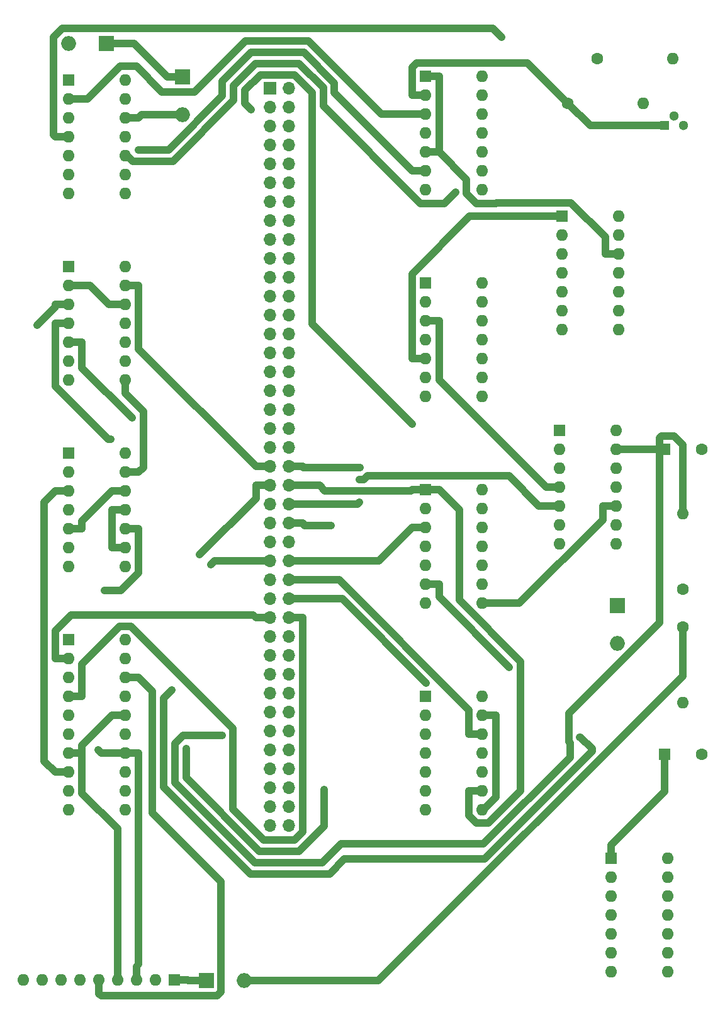
<source format=gbr>
%TF.GenerationSoftware,KiCad,Pcbnew,7.0.2*%
%TF.CreationDate,2023-05-14T22:56:31+01:00*%
%TF.ProjectId,Logic core,4c6f6769-6320-4636-9f72-652e6b696361,rev?*%
%TF.SameCoordinates,Original*%
%TF.FileFunction,Copper,L2,Bot*%
%TF.FilePolarity,Positive*%
%FSLAX46Y46*%
G04 Gerber Fmt 4.6, Leading zero omitted, Abs format (unit mm)*
G04 Created by KiCad (PCBNEW 7.0.2) date 2023-05-14 22:56:31*
%MOMM*%
%LPD*%
G01*
G04 APERTURE LIST*
%TA.AperFunction,ComponentPad*%
%ADD10R,1.600000X1.600000*%
%TD*%
%TA.AperFunction,ComponentPad*%
%ADD11O,1.600000X1.600000*%
%TD*%
%TA.AperFunction,ComponentPad*%
%ADD12R,1.700000X1.700000*%
%TD*%
%TA.AperFunction,ComponentPad*%
%ADD13O,1.700000X1.700000*%
%TD*%
%TA.AperFunction,ComponentPad*%
%ADD14C,1.600000*%
%TD*%
%TA.AperFunction,ComponentPad*%
%ADD15R,2.000000X2.000000*%
%TD*%
%TA.AperFunction,ComponentPad*%
%ADD16O,2.000000X2.000000*%
%TD*%
%TA.AperFunction,ComponentPad*%
%ADD17R,1.300000X1.300000*%
%TD*%
%TA.AperFunction,ComponentPad*%
%ADD18C,1.300000*%
%TD*%
%TA.AperFunction,ViaPad*%
%ADD19C,1.000000*%
%TD*%
%TA.AperFunction,Conductor*%
%ADD20C,1.000000*%
%TD*%
G04 APERTURE END LIST*
D10*
%TO.P,RN1,1,1*%
%TO.N,Net-(D4-K)*%
X74775000Y-180175000D03*
D11*
%TO.P,RN1,2,2*%
%TO.N,/RIO CONTROL/RIO_CONTROL.OE*%
X72235000Y-180175000D03*
%TO.P,RN1,3,3*%
%TO.N,/RIO CONTROL/RIO_CONTROL.WE*%
X69695000Y-180175000D03*
%TO.P,RN1,4,4*%
%TO.N,/RIO CONTROL/RIO_CONTROL.A15*%
X67155000Y-180175000D03*
%TO.P,RN1,5,5*%
%TO.N,/RIO CONTROL/RIO_CONTROL.A14*%
X64615000Y-180175000D03*
%TO.P,RN1,6,6*%
%TO.N,unconnected-(RN1-Pad6)*%
X62075000Y-180175000D03*
%TO.P,RN1,7,7*%
%TO.N,unconnected-(RN1-Pad7)*%
X59535000Y-180175000D03*
%TO.P,RN1,8,8*%
%TO.N,unconnected-(RN1-Pad8)*%
X56995000Y-180175000D03*
%TO.P,RN1,9,9*%
%TO.N,unconnected-(RN1-Pad9)*%
X54455000Y-180175000D03*
%TD*%
D10*
%TO.P,IC7,1,I0*%
%TO.N,/Z80 BUS CONTROL/Z80_ADD_CONNECT*%
X60580000Y-59225000D03*
D11*
%TO.P,IC7,2,I1*%
%TO.N,Net-(IC6A-O)*%
X60580000Y-61765000D03*
%TO.P,IC7,3,O*%
%TO.N,/Z80 BUS CONTROL/Z80_BUS_CONTROL.Z80_ADD_OE*%
X60580000Y-64305000D03*
%TO.P,IC7,4,I0*%
%TO.N,/ESP_IOD_CONFIG*%
X60580000Y-66845000D03*
%TO.P,IC7,5,I1*%
%TO.N,/Z80 BUS CONTROL/ESP_CONTROL.MEMRQ*%
X60580000Y-69385000D03*
%TO.P,IC7,6,O*%
%TO.N,/Z80 BUS CONTROL/Z80_BUS_CONTROL.Z80_ADD_DIR*%
X60580000Y-71925000D03*
%TO.P,IC7,7*%
%TO.N,N/C*%
X60580000Y-74465000D03*
%TO.P,IC7,8,O*%
%TO.N,/Z80 BUS CONTROL/Z80_BUS_CONTROL.Z80_DATA_DIR*%
X68200000Y-74465000D03*
%TO.P,IC7,9,I0*%
%TO.N,Net-(IC6B-O)*%
X68200000Y-71925000D03*
%TO.P,IC7,10,I1*%
%TO.N,Net-(IC6C-O)*%
X68200000Y-69385000D03*
%TO.P,IC7,11,O*%
%TO.N,/Z80 BUS CONTROL/Z80_BUS_CONTROL.Z80_DATA_OE*%
X68200000Y-66845000D03*
%TO.P,IC7,12,I0*%
%TO.N,/Z80 BUS CONTROL/Z80_DATA_CONNECT*%
X68200000Y-64305000D03*
%TO.P,IC7,13,I1*%
%TO.N,/PERM_Z80_IORQ*%
X68200000Y-61765000D03*
%TO.P,IC7,14*%
%TO.N,N/C*%
X68200000Y-59225000D03*
%TD*%
D12*
%TO.P,J1,1,Pin_1*%
%TO.N,/Logic core connectors/Z80_CONTROL.RD*%
X87625000Y-60390000D03*
D13*
%TO.P,J1,2,Pin_2*%
%TO.N,/Logic core connectors/Z80_CONTROL.WR*%
X90165000Y-60390000D03*
%TO.P,J1,3,Pin_3*%
%TO.N,/Logic core connectors/Z80_CONTROL.IORQ*%
X87625000Y-62930000D03*
%TO.P,J1,4,Pin_4*%
%TO.N,/Logic core connectors/Z80_CONTROL.MEMRQ*%
X90165000Y-62930000D03*
%TO.P,J1,5,Pin_5*%
%TO.N,/Logic core connectors/Z80_CONTROL.BUSRQ*%
X87625000Y-65470000D03*
%TO.P,J1,6,Pin_6*%
%TO.N,/Logic core connectors/Z80_CONTROL.WAIT*%
X90165000Y-65470000D03*
%TO.P,J1,7,Pin_7*%
%TO.N,/Logic core connectors/Z80_CONTROL.NMI*%
X87625000Y-68010000D03*
%TO.P,J1,8,Pin_8*%
%TO.N,/Logic core connectors/Z80_CONTROL.ROMCS*%
X90165000Y-68010000D03*
%TO.P,J1,9,Pin_9*%
%TO.N,/Logic core connectors/Z80_CONTROL.BUSACK*%
X87625000Y-70550000D03*
%TO.P,J1,10,Pin_10*%
%TO.N,/Logic core connectors/Z80_CONTROL.RESET*%
X90165000Y-70550000D03*
%TO.P,J1,11,Pin_11*%
%TO.N,/Logic core connectors/ESP_CONTROL.RD*%
X87625000Y-73090000D03*
%TO.P,J1,12,Pin_12*%
%TO.N,/Logic core connectors/ESP_CONTROL.WR*%
X90165000Y-73090000D03*
%TO.P,J1,13,Pin_13*%
%TO.N,/Logic core connectors/ESP_CONTROL.IORQ*%
X87625000Y-75630000D03*
%TO.P,J1,14,Pin_14*%
%TO.N,/Logic core connectors/ESP_CONTROL.MEMRQ*%
X90165000Y-75630000D03*
%TO.P,J1,15,Pin_15*%
%TO.N,/Logic core connectors/ESP_CONTROL.BUSRQ*%
X87625000Y-78170000D03*
%TO.P,J1,16,Pin_16*%
%TO.N,/Logic core connectors/ESP_CONTROL.WAIT*%
X90165000Y-78170000D03*
%TO.P,J1,17,Pin_17*%
%TO.N,/Logic core connectors/ESP_CONTROL.ROMCS*%
X87625000Y-80710000D03*
%TO.P,J1,18,Pin_18*%
%TO.N,/Logic core connectors/ESP_CONTROL.NMI*%
X90165000Y-80710000D03*
%TO.P,J1,19,Pin_19*%
%TO.N,/Logic core connectors/LOCAL_CONTROL.RD*%
X87625000Y-83250000D03*
%TO.P,J1,20,Pin_20*%
%TO.N,/Logic core connectors/LOCAL_CONTROL.WR*%
X90165000Y-83250000D03*
%TO.P,J1,21,Pin_21*%
%TO.N,/Logic core connectors/LOCAL_CONTROL.IORQ*%
X87625000Y-85790000D03*
%TO.P,J1,22,Pin_22*%
%TO.N,/Logic core connectors/LOCAL_CONTROL.MEMRQ*%
X90165000Y-85790000D03*
%TO.P,J1,23,Pin_23*%
%TO.N,/Logic core connectors/Z80_BUS_CONTROL.Z80_ADD_OE*%
X87625000Y-88330000D03*
%TO.P,J1,24,Pin_24*%
%TO.N,/Logic core connectors/Z80_BUS_CONTROL.Z80_ADD_DIR*%
X90165000Y-88330000D03*
%TO.P,J1,25,Pin_25*%
%TO.N,/Logic core connectors/Z80_BUS_CONTROL.Z80_DATA_DIR*%
X87625000Y-90870000D03*
%TO.P,J1,26,Pin_26*%
%TO.N,/Logic core connectors/Z80_BUS_CONTROL.Z80_DATA_OE*%
X90165000Y-90870000D03*
%TO.P,J1,27,Pin_27*%
%TO.N,/Logic core connectors/CACHE_CONTROL.DATASTATUS+PERM_Z80_IORQ*%
X87625000Y-93410000D03*
%TO.P,J1,28,Pin_28*%
%TO.N,/Logic core connectors/CACHE_CONTROL.A16*%
X90165000Y-93410000D03*
%TO.P,J1,29,Pin_29*%
%TO.N,/Logic core connectors/CACHE_CONTROL.WE*%
X87625000Y-95950000D03*
%TO.P,J1,30,Pin_30*%
%TO.N,/Logic core connectors/CACHE_CONTROL.OE*%
X90165000Y-95950000D03*
%TO.P,J1,31,Pin_31*%
%TO.N,/Logic core connectors/CACHE_CONTROL.CS*%
X87625000Y-98490000D03*
%TO.P,J1,32,Pin_32*%
%TO.N,/Logic core connectors/RIO_CONTROL.A14*%
X90165000Y-98490000D03*
%TO.P,J1,33,Pin_33*%
%TO.N,/Logic core connectors/RIO_CONTROL.A15*%
X87625000Y-101030000D03*
%TO.P,J1,34,Pin_34*%
%TO.N,/Logic core connectors/RIO_CONTROL.WE*%
X90165000Y-101030000D03*
%TO.P,J1,35,Pin_35*%
%TO.N,/Logic core connectors/RIO_CONTROL.OE*%
X87625000Y-103570000D03*
%TO.P,J1,36,Pin_36*%
%TO.N,unconnected-(J1-Pin_36-Pad36)*%
X90165000Y-103570000D03*
%TO.P,J1,37,Pin_37*%
%TO.N,unconnected-(J1-Pin_37-Pad37)*%
X87625000Y-106110000D03*
%TO.P,J1,38,Pin_38*%
%TO.N,unconnected-(J1-Pin_38-Pad38)*%
X90165000Y-106110000D03*
%TO.P,J1,39,Pin_39*%
%TO.N,unconnected-(J1-Pin_39-Pad39)*%
X87625000Y-108650000D03*
%TO.P,J1,40,Pin_40*%
%TO.N,unconnected-(J1-Pin_40-Pad40)*%
X90165000Y-108650000D03*
%TO.P,J1,41,Pin_41*%
%TO.N,/ESP_ROM_WR_PROTECT*%
X87625000Y-111190000D03*
%TO.P,J1,42,Pin_42*%
%TO.N,/ESP_ROMSEL_0*%
X90165000Y-111190000D03*
%TO.P,J1,43,Pin_43*%
%TO.N,/ESP_ROMSEL_1*%
X87625000Y-113730000D03*
%TO.P,J1,44,Pin_44*%
%TO.N,/ESP_HARDLOCK*%
X90165000Y-113730000D03*
%TO.P,J1,45,Pin_45*%
%TO.N,/!ESP_HARDLOCK*%
X87625000Y-116270000D03*
%TO.P,J1,46,Pin_46*%
%TO.N,/Z80_HARDLOCK*%
X90165000Y-116270000D03*
%TO.P,J1,47,Pin_47*%
%TO.N,/!Z80_HARDLOCK*%
X87625000Y-118810000D03*
%TO.P,J1,48,Pin_48*%
%TO.N,/PERM_Z80_IORQ*%
X90165000Y-118810000D03*
%TO.P,J1,49,Pin_49*%
%TO.N,/ESP_WAIT_RESET*%
X87625000Y-121350000D03*
%TO.P,J1,50,Pin_50*%
%TO.N,/CACHE_DATASTATUS*%
X90165000Y-121350000D03*
%TO.P,J1,51,Pin_51*%
%TO.N,/WAIT_IO*%
X87625000Y-123890000D03*
%TO.P,J1,52,Pin_52*%
%TO.N,/Z80_HARDLOCK_SET*%
X90165000Y-123890000D03*
%TO.P,J1,53,Pin_53*%
%TO.N,/Z80_HARDLOCK_RESET*%
X87625000Y-126430000D03*
%TO.P,J1,54,Pin_54*%
%TO.N,/IORQ_FILTER_BIT*%
X90165000Y-126430000D03*
%TO.P,J1,55,Pin_55*%
%TO.N,/CACHE_DATASTATUS*%
X87625000Y-128970000D03*
%TO.P,J1,56,Pin_56*%
%TO.N,/PERM_Z80_IORQ*%
X90165000Y-128970000D03*
%TO.P,J1,57,Pin_57*%
%TO.N,/Z80_A15*%
X87625000Y-131510000D03*
%TO.P,J1,58,Pin_58*%
%TO.N,/Z80_A14*%
X90165000Y-131510000D03*
%TO.P,J1,59,Pin_59*%
%TO.N,unconnected-(J1-Pin_59-Pad59)*%
X87625000Y-134050000D03*
%TO.P,J1,60,Pin_60*%
%TO.N,unconnected-(J1-Pin_60-Pad60)*%
X90165000Y-134050000D03*
%TO.P,J1,61,Pin_61*%
%TO.N,unconnected-(J1-Pin_61-Pad61)*%
X87625000Y-136590000D03*
%TO.P,J1,62,Pin_62*%
%TO.N,unconnected-(J1-Pin_62-Pad62)*%
X90165000Y-136590000D03*
%TO.P,J1,63,Pin_63*%
%TO.N,unconnected-(J1-Pin_63-Pad63)*%
X87625000Y-139130000D03*
%TO.P,J1,64,Pin_64*%
%TO.N,unconnected-(J1-Pin_64-Pad64)*%
X90165000Y-139130000D03*
%TO.P,J1,65,Pin_65*%
%TO.N,unconnected-(J1-Pin_65-Pad65)*%
X87625000Y-141670000D03*
%TO.P,J1,66,Pin_66*%
%TO.N,unconnected-(J1-Pin_66-Pad66)*%
X90165000Y-141670000D03*
%TO.P,J1,67,Pin_67*%
%TO.N,unconnected-(J1-Pin_67-Pad67)*%
X87625000Y-144210000D03*
%TO.P,J1,68,Pin_68*%
%TO.N,unconnected-(J1-Pin_68-Pad68)*%
X90165000Y-144210000D03*
%TO.P,J1,69,Pin_69*%
%TO.N,unconnected-(J1-Pin_69-Pad69)*%
X87625000Y-146750000D03*
%TO.P,J1,70,Pin_70*%
%TO.N,unconnected-(J1-Pin_70-Pad70)*%
X90165000Y-146750000D03*
%TO.P,J1,71,Pin_71*%
%TO.N,unconnected-(J1-Pin_71-Pad71)*%
X87625000Y-149290000D03*
%TO.P,J1,72,Pin_72*%
%TO.N,unconnected-(J1-Pin_72-Pad72)*%
X90165000Y-149290000D03*
%TO.P,J1,73,Pin_73*%
%TO.N,unconnected-(J1-Pin_73-Pad73)*%
X87625000Y-151830000D03*
%TO.P,J1,74,Pin_74*%
%TO.N,unconnected-(J1-Pin_74-Pad74)*%
X90165000Y-151830000D03*
%TO.P,J1,75,Pin_75*%
%TO.N,unconnected-(J1-Pin_75-Pad75)*%
X87625000Y-154370000D03*
%TO.P,J1,76,Pin_76*%
%TO.N,unconnected-(J1-Pin_76-Pad76)*%
X90165000Y-154370000D03*
%TO.P,J1,77,Pin_77*%
%TO.N,unconnected-(J1-Pin_77-Pad77)*%
X87625000Y-156910000D03*
%TO.P,J1,78,Pin_78*%
%TO.N,unconnected-(J1-Pin_78-Pad78)*%
X90165000Y-156910000D03*
%TO.P,J1,79,Pin_79*%
%TO.N,unconnected-(J1-Pin_79-Pad79)*%
X87625000Y-159450000D03*
%TO.P,J1,80,Pin_80*%
%TO.N,unconnected-(J1-Pin_80-Pad80)*%
X90165000Y-159450000D03*
%TD*%
D10*
%TO.P,IC10,1,I0*%
%TO.N,/CACHE_DATASTATUS*%
X126925000Y-77575000D03*
D11*
%TO.P,IC10,2,I1*%
%TO.N,/CACHE CONTROL/LOCAL_CONTROL.IORQ*%
X126925000Y-80115000D03*
%TO.P,IC10,3,O*%
%TO.N,/CACHE CONTROL/CACHE_CONTROL.A16*%
X126925000Y-82655000D03*
%TO.P,IC10,4,I0*%
%TO.N,/CACHE CONTROL/Z80_CONTROL.WR*%
X126925000Y-85195000D03*
%TO.P,IC10,5,I1*%
%TO.N,/CACHE CONTROL/LOCAL_CONTROL.WR*%
X126925000Y-87735000D03*
%TO.P,IC10,6,O*%
%TO.N,/CACHE CONTROL/CACHE_CONTROL.WE*%
X126925000Y-90275000D03*
%TO.P,IC10,7*%
%TO.N,N/C*%
X126925000Y-92815000D03*
%TO.P,IC10,8,O*%
%TO.N,/CACHE CONTROL/CACHE_CONTROL.OE*%
X134545000Y-92815000D03*
%TO.P,IC10,9,I0*%
%TO.N,/CACHE CONTROL/Z80_CONTROL.RD*%
X134545000Y-90275000D03*
%TO.P,IC10,10,I1*%
%TO.N,/CACHE CONTROL/LOCAL_CONTROL.RD*%
X134545000Y-87735000D03*
%TO.P,IC10,11,O*%
%TO.N,/CACHE CONTROL/CACHE_CONTROL.CS*%
X134545000Y-85195000D03*
%TO.P,IC10,12,I0*%
%TO.N,/PERM_Z80_IORQ*%
X134545000Y-82655000D03*
%TO.P,IC10,13,I1*%
%TO.N,/CACHE CONTROL/LOCAL_CONTROL.MEMRQ*%
X134545000Y-80115000D03*
%TO.P,IC10,14*%
%TO.N,N/C*%
X134545000Y-77575000D03*
%TD*%
D10*
%TO.P,RIO_CONTROL1,1,G*%
%TO.N,/RIO CONTROL/RIO_CONTROL.A16*%
X60580000Y-134470000D03*
D11*
%TO.P,RIO_CONTROL1,2,A1*%
%TO.N,/Z80_A15*%
X60580000Y-137010000D03*
%TO.P,RIO_CONTROL1,3,Y4*%
%TO.N,/RIO CONTROL/RIO_CONTROL.OE*%
X60580000Y-139550000D03*
%TO.P,RIO_CONTROL1,4,A2*%
%TO.N,/Z80_A14*%
X60580000Y-142090000D03*
%TO.P,RIO_CONTROL1,5,Y3*%
%TO.N,/RIO CONTROL/RIO_CONTROL.WE*%
X60580000Y-144630000D03*
%TO.P,RIO_CONTROL1,6,A3*%
%TO.N,/RIO CONTROL/Z80_WR+ESP_IOD_CONFIG*%
X60580000Y-147170000D03*
%TO.P,RIO_CONTROL1,7,Y2*%
%TO.N,/RIO CONTROL/RIO_CONTROL.A15*%
X60580000Y-149710000D03*
%TO.P,RIO_CONTROL1,8,A4*%
%TO.N,/RIO CONTROL/Z80_RD+ESP_IOD_CONFIG+PERM_Z80_IORQ*%
X60580000Y-152250000D03*
%TO.P,RIO_CONTROL1,9,Y1*%
%TO.N,/RIO CONTROL/RIO_CONTROL.A14*%
X60580000Y-154790000D03*
%TO.P,RIO_CONTROL1,10*%
%TO.N,N/C*%
X60580000Y-157330000D03*
%TO.P,RIO_CONTROL1,11,A1*%
%TO.N,/ESP_ROMSEL_1*%
X68200000Y-157330000D03*
%TO.P,RIO_CONTROL1,12,Y4*%
%TO.N,/RIO CONTROL/RIO_CONTROL.OE*%
X68200000Y-154790000D03*
%TO.P,RIO_CONTROL1,13,A2*%
%TO.N,/ESP_ROMSEL_0*%
X68200000Y-152250000D03*
%TO.P,RIO_CONTROL1,14,Y3*%
%TO.N,/RIO CONTROL/RIO_CONTROL.WE*%
X68200000Y-149710000D03*
%TO.P,RIO_CONTROL1,15,A3*%
%TO.N,/RIO CONTROL/ROM_WR_PROTECT+Z80_WR*%
X68200000Y-147170000D03*
%TO.P,RIO_CONTROL1,16,Y2*%
%TO.N,/RIO CONTROL/RIO_CONTROL.A15*%
X68200000Y-144630000D03*
%TO.P,RIO_CONTROL1,17,A4*%
%TO.N,/RIO CONTROL/Z80_CONTROL.RD*%
X68200000Y-142090000D03*
%TO.P,RIO_CONTROL1,18,Y1*%
%TO.N,/RIO CONTROL/RIO_CONTROL.A14*%
X68200000Y-139550000D03*
%TO.P,RIO_CONTROL1,19,G*%
%TO.N,/RIO CONTROL/RIO_CONTROL.ROM_RDY*%
X68200000Y-137010000D03*
%TO.P,RIO_CONTROL1,20*%
%TO.N,N/C*%
X68200000Y-134470000D03*
%TD*%
D14*
%TO.P,R3,1*%
%TO.N,/Z80 BUS CONTROL/!CACHE_DATASTATUS*%
X127710000Y-62375000D03*
D11*
%TO.P,R3,2*%
%TO.N,+5V*%
X137870000Y-62375000D03*
%TD*%
D10*
%TO.P,IC4,1,I0*%
%TO.N,Net-(IC1B-O)*%
X108600000Y-86510000D03*
D11*
%TO.P,IC4,2,I1*%
%TO.N,/ESP_HARDLOCK*%
X108600000Y-89050000D03*
%TO.P,IC4,3,O*%
%TO.N,/PRE_Z80_HARDLOCK*%
X108600000Y-91590000D03*
%TO.P,IC4,4,I0*%
%TO.N,/PERM_Z80_IORQ*%
X108600000Y-94130000D03*
%TO.P,IC4,5,I1*%
%TO.N,/CACHE_DATASTATUS*%
X108600000Y-96670000D03*
%TO.P,IC4,6,O*%
%TO.N,/CACHE CONTROL/CACHE_CONTROL.DATASTATUS+PERM_Z80_IORQ*%
X108600000Y-99210000D03*
%TO.P,IC4,7*%
%TO.N,N/C*%
X108600000Y-101750000D03*
%TO.P,IC4,8,O*%
%TO.N,/ESP_IOD_CONFIG*%
X116220000Y-101750000D03*
%TO.P,IC4,9,I0*%
%TO.N,Net-(IC1E-O)*%
X116220000Y-99210000D03*
%TO.P,IC4,10,I1*%
%TO.N,/RIO CONTROL/ESP_CONTROL.BUSRQ*%
X116220000Y-96670000D03*
%TO.P,IC4,11*%
%TO.N,N/C*%
X116220000Y-94130000D03*
%TO.P,IC4,12*%
X116220000Y-91590000D03*
%TO.P,IC4,13*%
X116220000Y-89050000D03*
%TO.P,IC4,14*%
X116220000Y-86510000D03*
%TD*%
D10*
%TO.P,IC8,1,I0*%
%TO.N,/ESP_IOD_CONFIG*%
X60580000Y-84306700D03*
D11*
%TO.P,IC8,2,I1*%
%TO.N,/RIO CONTROL/Z80_CONTROL.WR*%
X60580000Y-86846700D03*
%TO.P,IC8,3,O*%
%TO.N,/RIO CONTROL/Z80_WR+ESP_IOD_CONFIG*%
X60580000Y-89386700D03*
%TO.P,IC8,4,I0*%
%TO.N,/RIO CONTROL/Z80_CONTROL.RD*%
X60580000Y-91926700D03*
%TO.P,IC8,5,I1*%
%TO.N,/ESP_IOD_CONFIG*%
X60580000Y-94466700D03*
%TO.P,IC8,6,O*%
%TO.N,Net-(IC8B-O)*%
X60580000Y-97006700D03*
%TO.P,IC8,7*%
%TO.N,N/C*%
X60580000Y-99546700D03*
%TO.P,IC8,8,O*%
%TO.N,/RIO CONTROL/RIO_CONTROL.ROM_RDY*%
X68200000Y-99546700D03*
%TO.P,IC8,9,I0*%
%TO.N,/RIO CONTROL/ESP_CONTROL.ROMCS*%
X68200000Y-97006700D03*
%TO.P,IC8,10,I1*%
%TO.N,/RIO CONTROL/Z80_CONTROL.MEMRQ*%
X68200000Y-94466700D03*
%TO.P,IC8,11,O*%
%TO.N,/RIO CONTROL/ROM_WR_PROTECT+Z80_WR*%
X68200000Y-91926700D03*
%TO.P,IC8,12,I0*%
%TO.N,/RIO CONTROL/Z80_CONTROL.WR*%
X68200000Y-89386700D03*
%TO.P,IC8,13,I1*%
%TO.N,/ESP_ROM_WR_PROTECT*%
X68200000Y-86846700D03*
%TO.P,IC8,14*%
%TO.N,N/C*%
X68200000Y-84306700D03*
%TD*%
D14*
%TO.P,R4,1*%
%TO.N,/CACHE_DATASTATUS*%
X131710000Y-56375000D03*
D11*
%TO.P,R4,2*%
%TO.N,Net-(Q1-B)*%
X141870000Y-56375000D03*
%TD*%
D14*
%TO.P,R1,1*%
%TO.N,+5V*%
X143177700Y-127655000D03*
D11*
%TO.P,R1,2*%
%TO.N,/ESP_WAIT_RESET*%
X143177700Y-117495000D03*
%TD*%
D15*
%TO.P,D4,1,K*%
%TO.N,Net-(D4-K)*%
X79070000Y-180250000D03*
D16*
%TO.P,D4,2,A*%
%TO.N,+5V*%
X84150000Y-180250000D03*
%TD*%
D15*
%TO.P,D1,1,K*%
%TO.N,Net-(D1-K)*%
X134400000Y-129900000D03*
D16*
%TO.P,D1,2,A*%
%TO.N,/Z80_CONTROL.WAIT*%
X134400000Y-134980000D03*
%TD*%
D17*
%TO.P,Q1,1,C*%
%TO.N,/Z80 BUS CONTROL/!CACHE_DATASTATUS*%
X140710000Y-65375000D03*
D18*
%TO.P,Q1,2,B*%
%TO.N,Net-(Q1-B)*%
X141980000Y-64105000D03*
%TO.P,Q1,3,E*%
%TO.N,GND*%
X143250000Y-65375000D03*
%TD*%
D10*
%TO.P,C2,1,1*%
%TO.N,Net-(IC5A-I0)*%
X140775000Y-149850000D03*
D14*
%TO.P,C2,2,2*%
%TO.N,GND*%
X145775000Y-149850000D03*
%TD*%
D10*
%TO.P,IC5,1,I0*%
%TO.N,Net-(IC5A-I0)*%
X133555000Y-163825000D03*
D11*
%TO.P,IC5,2,I1*%
%TO.N,Net-(IC1C-O)*%
X133555000Y-166365000D03*
%TO.P,IC5,3,O*%
%TO.N,/CLR_Z80_HARDLOCK*%
X133555000Y-168905000D03*
%TO.P,IC5,4,I0*%
%TO.N,/RIO CONTROL/ESP_CONTROL.MEMRQ*%
X133555000Y-171445000D03*
%TO.P,IC5,5,I1*%
%TO.N,/RIO CONTROL/ESP_CONTROL.IORQ*%
X133555000Y-173985000D03*
%TO.P,IC5,6,O*%
%TO.N,Net-(IC1E-I)*%
X133555000Y-176525000D03*
%TO.P,IC5,7*%
%TO.N,N/C*%
X133555000Y-179065000D03*
%TO.P,IC5,8*%
X141175000Y-179065000D03*
%TO.P,IC5,9*%
X141175000Y-176525000D03*
%TO.P,IC5,10*%
X141175000Y-173985000D03*
%TO.P,IC5,11*%
X141175000Y-171445000D03*
%TO.P,IC5,12*%
X141175000Y-168905000D03*
%TO.P,IC5,13*%
X141175000Y-166365000D03*
%TO.P,IC5,14*%
X141175000Y-163825000D03*
%TD*%
D10*
%TO.P,IC9,1,I0*%
%TO.N,/PERM_Z80_IORQ*%
X60580000Y-109388300D03*
D11*
%TO.P,IC9,2,I1*%
%TO.N,Net-(IC8B-O)*%
X60580000Y-111928300D03*
%TO.P,IC9,3,O*%
%TO.N,/RIO CONTROL/Z80_RD+ESP_IOD_CONFIG+PERM_Z80_IORQ*%
X60580000Y-114468300D03*
%TO.P,IC9,4,I0*%
%TO.N,/PERM_Z80_IORQ*%
X60580000Y-117008300D03*
%TO.P,IC9,5,I1*%
%TO.N,/ESP_IOD_CONFIG*%
X60580000Y-119548300D03*
%TO.P,IC9,6,O*%
%TO.N,/RIO CONTROL/RIO_CONTROL.A16*%
X60580000Y-122088300D03*
%TO.P,IC9,7*%
%TO.N,N/C*%
X60580000Y-124628300D03*
%TO.P,IC9,8,O*%
%TO.N,/RIO CONTROL/RIO_CONTROL.CE*%
X68200000Y-124628300D03*
%TO.P,IC9,9,I0*%
%TO.N,Net-(IC9C-I0)*%
X68200000Y-122088300D03*
%TO.P,IC9,10,I1*%
%TO.N,/RIO CONTROL/RIO_CONTROL.A16*%
X68200000Y-119548300D03*
%TO.P,IC9,11,O*%
%TO.N,Net-(IC9C-I0)*%
X68200000Y-117008300D03*
%TO.P,IC9,12,I0*%
%TO.N,/ESP_IOD_CONFIG*%
X68200000Y-114468300D03*
%TO.P,IC9,13,I1*%
%TO.N,/RIO CONTROL/RIO_CONTROL.ROM_RDY*%
X68200000Y-111928300D03*
%TO.P,IC9,14*%
%TO.N,N/C*%
X68200000Y-109388300D03*
%TD*%
D15*
%TO.P,D2,1,K*%
%TO.N,/Z80 BUS CONTROL/Z80_CONTROL.BUSRQ*%
X65650000Y-54300000D03*
D16*
%TO.P,D2,2,A*%
%TO.N,/Z80 BUS CONTROL/Z80_ADD_CONNECT*%
X60570000Y-54300000D03*
%TD*%
D10*
%TO.P,IC2,1*%
%TO.N,N/C*%
X108600000Y-142050000D03*
D11*
%TO.P,IC2,2*%
X108600000Y-144590000D03*
%TO.P,IC2,3*%
X108600000Y-147130000D03*
%TO.P,IC2,4*%
X108600000Y-149670000D03*
%TO.P,IC2,5*%
X108600000Y-152210000D03*
%TO.P,IC2,6*%
X108600000Y-154750000D03*
%TO.P,IC2,7*%
X108600000Y-157290000D03*
%TO.P,IC2,8,O*%
%TO.N,Net-(IC2C-O)*%
X116220000Y-157290000D03*
%TO.P,IC2,9,I0*%
%TO.N,/ESP_HARDLOCK*%
X116220000Y-154750000D03*
%TO.P,IC2,10,I1*%
%TO.N,/Z80_CONTROL.IORQ*%
X116220000Y-152210000D03*
%TO.P,IC2,11,O*%
%TO.N,/PERM_Z80_IORQ*%
X116220000Y-149670000D03*
%TO.P,IC2,12,I0*%
%TO.N,/IORQ_FILTER_BIT*%
X116220000Y-147130000D03*
%TO.P,IC2,13,I1*%
%TO.N,Net-(IC2C-O)*%
X116220000Y-144590000D03*
%TO.P,IC2,14*%
%TO.N,N/C*%
X116220000Y-142050000D03*
%TD*%
D10*
%TO.P,IC1,1,I*%
%TO.N,/ESP_HARDLOCK*%
X108600000Y-114280000D03*
D11*
%TO.P,IC1,2,O*%
%TO.N,/!ESP_HARDLOCK*%
X108600000Y-116820000D03*
%TO.P,IC1,3,I*%
%TO.N,/Z80_HARDLOCK_SET*%
X108600000Y-119360000D03*
%TO.P,IC1,4,O*%
%TO.N,Net-(IC1B-O)*%
X108600000Y-121900000D03*
%TO.P,IC1,5,I*%
%TO.N,/Z80_HARDLOCK_RESET*%
X108600000Y-124440000D03*
%TO.P,IC1,6,O*%
%TO.N,Net-(IC1C-O)*%
X108600000Y-126980000D03*
%TO.P,IC1,7*%
%TO.N,N/C*%
X108600000Y-129520000D03*
%TO.P,IC1,8,O*%
%TO.N,Net-(IC1D-O)*%
X116220000Y-129520000D03*
%TO.P,IC1,9,I*%
%TO.N,/WAIT_IO*%
X116220000Y-126980000D03*
%TO.P,IC1,10,O*%
%TO.N,Net-(IC1E-O)*%
X116220000Y-124440000D03*
%TO.P,IC1,11,I*%
%TO.N,Net-(IC1E-I)*%
X116220000Y-121900000D03*
%TO.P,IC1,12*%
%TO.N,N/C*%
X116220000Y-119360000D03*
%TO.P,IC1,13*%
X116220000Y-116820000D03*
%TO.P,IC1,14*%
X116220000Y-114280000D03*
%TD*%
D10*
%TO.P,IC3,1,CLR*%
%TO.N,/CLR_Z80_HARDLOCK*%
X126580000Y-106335000D03*
D11*
%TO.P,IC3,2,D*%
%TO.N,unconnected-(IC3A-D-Pad2)*%
X126580000Y-108875000D03*
%TO.P,IC3,3,CLK*%
%TO.N,unconnected-(IC3A-CLK-Pad3)*%
X126580000Y-111415000D03*
%TO.P,IC3,4,PRE*%
%TO.N,/PRE_Z80_HARDLOCK*%
X126580000Y-113955000D03*
%TO.P,IC3,5,Q*%
%TO.N,/Z80_HARDLOCK*%
X126580000Y-116495000D03*
%TO.P,IC3,6,~{Q}*%
%TO.N,/!Z80_HARDLOCK*%
X126580000Y-119035000D03*
%TO.P,IC3,7*%
%TO.N,N/C*%
X126580000Y-121575000D03*
%TO.P,IC3,8,~{Q}*%
%TO.N,Net-(D1-K)*%
X134200000Y-121575000D03*
%TO.P,IC3,9,Q*%
%TO.N,unconnected-(IC3B-Q-Pad9)*%
X134200000Y-119035000D03*
%TO.P,IC3,10,PRE*%
%TO.N,Net-(IC1D-O)*%
X134200000Y-116495000D03*
%TO.P,IC3,11,CLK*%
%TO.N,unconnected-(IC3B-CLK-Pad11)*%
X134200000Y-113955000D03*
%TO.P,IC3,12,D*%
%TO.N,unconnected-(IC3B-D-Pad12)*%
X134200000Y-111415000D03*
%TO.P,IC3,13,CLR*%
%TO.N,/ESP_WAIT_RESET*%
X134200000Y-108875000D03*
%TO.P,IC3,14*%
%TO.N,N/C*%
X134200000Y-106335000D03*
%TD*%
D14*
%TO.P,R2,1*%
%TO.N,+5V*%
X143177700Y-132725000D03*
D11*
%TO.P,R2,2*%
%TO.N,Net-(IC5A-I0)*%
X143177700Y-142885000D03*
%TD*%
D15*
%TO.P,D3,1,K*%
%TO.N,/Z80 BUS CONTROL/Z80_CONTROL.BUSRQ*%
X75875000Y-58825000D03*
D16*
%TO.P,D3,2,A*%
%TO.N,/Z80 BUS CONTROL/Z80_DATA_CONNECT*%
X75875000Y-63905000D03*
%TD*%
D10*
%TO.P,C1,1,1*%
%TO.N,/ESP_WAIT_RESET*%
X140775000Y-108875000D03*
D14*
%TO.P,C1,2,2*%
%TO.N,GND*%
X145775000Y-108875000D03*
%TD*%
D10*
%TO.P,IC6,1,I0*%
%TO.N,/PERM_Z80_IORQ*%
X108600000Y-58740000D03*
D11*
%TO.P,IC6,2,I1*%
%TO.N,/Z80 BUS CONTROL/!CACHE_DATASTATUS*%
X108600000Y-61280000D03*
%TO.P,IC6,3,O*%
%TO.N,Net-(IC6A-O)*%
X108600000Y-63820000D03*
%TO.P,IC6,4,I0*%
%TO.N,/Z80 BUS CONTROL/Z80_CONTROL.RD*%
X108600000Y-66360000D03*
%TO.P,IC6,5,I1*%
%TO.N,/PERM_Z80_IORQ*%
X108600000Y-68900000D03*
%TO.P,IC6,6,O*%
%TO.N,Net-(IC6B-O)*%
X108600000Y-71440000D03*
%TO.P,IC6,7*%
%TO.N,N/C*%
X108600000Y-73980000D03*
%TO.P,IC6,8,O*%
%TO.N,Net-(IC6C-O)*%
X116220000Y-73980000D03*
%TO.P,IC6,9,I0*%
%TO.N,/Z80 BUS CONTROL/ESP_CONTROL.WR*%
X116220000Y-71440000D03*
%TO.P,IC6,10,I1*%
%TO.N,/Z80 BUS CONTROL/Z80_DATA_CONNECT*%
X116220000Y-68900000D03*
%TO.P,IC6,11*%
%TO.N,N/C*%
X116220000Y-66360000D03*
%TO.P,IC6,12*%
X116220000Y-63820000D03*
%TO.P,IC6,13*%
X116220000Y-61280000D03*
%TO.P,IC6,14*%
X116220000Y-58740000D03*
%TD*%
D19*
%TO.N,/ESP_WAIT_RESET*%
X81199700Y-147316600D03*
%TO.N,/!ESP_HARDLOCK*%
X106799900Y-105467200D03*
X85097100Y-63227100D03*
%TO.N,Net-(IC1C-O)*%
X119846300Y-138149400D03*
%TO.N,/WAIT_IO*%
X79699600Y-124369500D03*
%TO.N,/PERM_Z80_IORQ*%
X95902000Y-119112100D03*
X108667200Y-140249800D03*
%TO.N,/Z80_HARDLOCK*%
X99700800Y-112933000D03*
X99700800Y-115967000D03*
%TO.N,/!Z80_HARDLOCK*%
X74424300Y-141207100D03*
X129341100Y-147514500D03*
%TO.N,/ESP_IOD_CONFIG*%
X118786800Y-53466500D03*
X69100100Y-104635000D03*
%TO.N,Net-(IC6B-O)*%
X70000100Y-68613600D03*
%TO.N,Net-(IC6C-O)*%
X112603600Y-74343400D03*
%TO.N,/RIO CONTROL/Z80_WR+ESP_IOD_CONFIG*%
X56325700Y-92219300D03*
%TO.N,/RIO CONTROL/Z80_CONTROL.RD*%
X66263300Y-107479000D03*
%TO.N,/RIO CONTROL/RIO_CONTROL.A16*%
X65382900Y-127867000D03*
%TO.N,/ESP_ROMSEL_0*%
X99798900Y-111304600D03*
X76351800Y-149119600D03*
X94929300Y-154624900D03*
%TO.N,/ESP_ROMSEL_1*%
X78199500Y-123039900D03*
%TO.N,/RIO CONTROL/RIO_CONTROL.WE*%
X64553700Y-149258700D03*
%TD*%
D20*
%TO.N,/ESP_WAIT_RESET*%
X140057800Y-132150900D02*
X127841000Y-144367700D01*
X128016500Y-148311300D02*
X128016500Y-150245300D01*
X143177700Y-108233200D02*
X142013900Y-107069400D01*
X128016500Y-150245300D02*
X116361800Y-161900000D01*
X140775000Y-108875000D02*
X134200000Y-108875000D01*
X140057800Y-107362200D02*
X140057800Y-132150900D01*
X97195500Y-161900000D02*
X94704600Y-164390900D01*
X127841000Y-148135800D02*
X128016500Y-148311300D01*
X140350600Y-107069400D02*
X140057800Y-107362200D01*
X94704600Y-164390900D02*
X85618200Y-164390900D01*
X74851700Y-148433600D02*
X75968700Y-147316600D01*
X127841000Y-144367700D02*
X127841000Y-148135800D01*
X143177700Y-117495000D02*
X143177700Y-108233200D01*
X74851700Y-153624400D02*
X74851700Y-148433600D01*
X142013900Y-107069400D02*
X140350600Y-107069400D01*
X116361800Y-161900000D02*
X97195500Y-161900000D01*
X85618200Y-164390900D02*
X74851700Y-153624400D01*
X75968700Y-147316600D02*
X81199700Y-147316600D01*
%TO.N,Net-(IC5A-I0)*%
X133555000Y-163825000D02*
X133555000Y-162024900D01*
X140775000Y-154804900D02*
X140775000Y-149850000D01*
X133555000Y-162024900D02*
X140775000Y-154804900D01*
%TO.N,/Z80 BUS CONTROL/Z80_CONTROL.BUSRQ*%
X75875000Y-58825000D02*
X73874900Y-58825000D01*
X65650000Y-54300000D02*
X69349900Y-54300000D01*
X69349900Y-54300000D02*
X73874900Y-58825000D01*
%TO.N,/Z80 BUS CONTROL/Z80_DATA_CONNECT*%
X70400100Y-63905000D02*
X70000100Y-64305000D01*
X75875000Y-63905000D02*
X70400100Y-63905000D01*
X68200000Y-64305000D02*
X70000100Y-64305000D01*
%TO.N,Net-(D4-K)*%
X79070000Y-180250000D02*
X76650100Y-180250000D01*
X76650100Y-180250000D02*
X76575100Y-180175000D01*
X74775000Y-180175000D02*
X76575100Y-180175000D01*
%TO.N,+5V*%
X102254600Y-180250000D02*
X143177700Y-139326900D01*
X84150000Y-180250000D02*
X102254600Y-180250000D01*
X143177700Y-139326900D02*
X143177700Y-132725000D01*
%TO.N,/ESP_HARDLOCK*%
X108600000Y-114280000D02*
X110400100Y-114280000D01*
X113109700Y-116989600D02*
X110400100Y-114280000D01*
X94318800Y-113730000D02*
X90165000Y-113730000D01*
X106613000Y-114466900D02*
X95055700Y-114466900D01*
X108600000Y-114280000D02*
X106799900Y-114280000D01*
X115438600Y-159102700D02*
X116997700Y-159102700D01*
X121362700Y-137376300D02*
X113109700Y-129123300D01*
X114419900Y-158084000D02*
X115438600Y-159102700D01*
X116220000Y-154750000D02*
X114419900Y-154750000D01*
X121362700Y-154737700D02*
X121362700Y-137376300D01*
X106799900Y-114280000D02*
X106613000Y-114466900D01*
X113109700Y-129123300D02*
X113109700Y-116989600D01*
X95055700Y-114466900D02*
X94318800Y-113730000D01*
X114419900Y-154750000D02*
X114419900Y-158084000D01*
X116997700Y-159102700D02*
X121362700Y-154737700D01*
%TO.N,/!ESP_HARDLOCK*%
X93317800Y-60901500D02*
X93317800Y-91985100D01*
X86353500Y-58532300D02*
X90948600Y-58532300D01*
X90948600Y-58532300D02*
X93317800Y-60901500D01*
X84259500Y-60626300D02*
X86353500Y-58532300D01*
X93317800Y-91985100D02*
X106799900Y-105467200D01*
X85097100Y-63227100D02*
X84259500Y-62389500D01*
X84259500Y-62389500D02*
X84259500Y-60626300D01*
%TO.N,/Z80_HARDLOCK_SET*%
X108600000Y-119360000D02*
X106799900Y-119360000D01*
X106799900Y-119360000D02*
X102269900Y-123890000D01*
X102269900Y-123890000D02*
X90165000Y-123890000D01*
%TO.N,Net-(IC1C-O)*%
X110400100Y-128703200D02*
X119846300Y-138149400D01*
X110400100Y-126980000D02*
X110400100Y-128703200D01*
X108600000Y-126980000D02*
X110400100Y-126980000D01*
%TO.N,Net-(IC1D-O)*%
X116220000Y-129520000D02*
X121187200Y-129520000D01*
X132399900Y-118307300D02*
X132399900Y-116495000D01*
X134200000Y-116495000D02*
X132399900Y-116495000D01*
X121187200Y-129520000D02*
X132399900Y-118307300D01*
%TO.N,/WAIT_IO*%
X85774900Y-123890000D02*
X80179100Y-123890000D01*
X87625000Y-123890000D02*
X85774900Y-123890000D01*
X80179100Y-123890000D02*
X79699600Y-124369500D01*
%TO.N,Net-(IC2C-O)*%
X118020100Y-144590000D02*
X118020100Y-155607100D01*
X116337200Y-157290000D02*
X116220000Y-157290000D01*
X118020100Y-155607100D02*
X116337200Y-157290000D01*
X116220000Y-144590000D02*
X118020100Y-144590000D01*
%TO.N,/PERM_Z80_IORQ*%
X108600000Y-68900000D02*
X110400100Y-68900000D01*
X95902000Y-119112100D02*
X92317200Y-119112100D01*
X97387400Y-128970000D02*
X108667200Y-140249800D01*
X128141600Y-75765200D02*
X118102600Y-75765200D01*
X90165000Y-118810000D02*
X92015100Y-118810000D01*
X114103700Y-72603600D02*
X110400100Y-68900000D01*
X132744900Y-82655000D02*
X132744900Y-80368500D01*
X114103700Y-74487100D02*
X114103700Y-72603600D01*
X132744900Y-80368500D02*
X128141600Y-75765200D01*
X118102600Y-75765200D02*
X118050300Y-75817500D01*
X90165000Y-128970000D02*
X97387400Y-128970000D01*
X92317200Y-119112100D02*
X92015100Y-118810000D01*
X118050300Y-75817500D02*
X115434100Y-75817500D01*
X115434100Y-75817500D02*
X114103700Y-74487100D01*
X134545000Y-82655000D02*
X132744900Y-82655000D01*
X108600000Y-58740000D02*
X110400100Y-58740000D01*
X110400100Y-68900000D02*
X110400100Y-58740000D01*
%TO.N,/IORQ_FILTER_BIT*%
X114419900Y-143881000D02*
X96968900Y-126430000D01*
X114419900Y-147130000D02*
X114419900Y-143881000D01*
X96968900Y-126430000D02*
X90165000Y-126430000D01*
X116220000Y-147130000D02*
X114419900Y-147130000D01*
%TO.N,/PRE_Z80_HARDLOCK*%
X108600000Y-91590000D02*
X110400100Y-91590000D01*
X110400100Y-99575200D02*
X110400100Y-91590000D01*
X124779900Y-113955000D02*
X110400100Y-99575200D01*
X126580000Y-113955000D02*
X124779900Y-113955000D01*
%TO.N,/Z80_HARDLOCK*%
X99397800Y-116270000D02*
X99700800Y-115967000D01*
X119788800Y-112444000D02*
X123839800Y-116495000D01*
X100781000Y-112444000D02*
X119788800Y-112444000D01*
X90165000Y-116270000D02*
X99397800Y-116270000D01*
X99700800Y-112933000D02*
X100292000Y-112933000D01*
X123839800Y-116495000D02*
X126580000Y-116495000D01*
X100292000Y-112933000D02*
X100781000Y-112444000D01*
%TO.N,/!Z80_HARDLOCK*%
X95669500Y-165901800D02*
X85007500Y-165901800D01*
X130985700Y-149397500D02*
X116487800Y-163895400D01*
X130985700Y-149071300D02*
X130985700Y-149397500D01*
X129428900Y-147514500D02*
X130985700Y-149071300D01*
X116487800Y-163895400D02*
X97675900Y-163895400D01*
X129341100Y-147514500D02*
X129428900Y-147514500D01*
X97675900Y-163895400D02*
X95669500Y-165901800D01*
X73351600Y-142279800D02*
X74424300Y-141207100D01*
X85007500Y-165901800D02*
X73351600Y-154245900D01*
X73351600Y-154245900D02*
X73351600Y-142279800D01*
%TO.N,/CACHE_DATASTATUS*%
X108600000Y-96670000D02*
X106799900Y-96670000D01*
X114520600Y-77575000D02*
X126925000Y-77575000D01*
X106799900Y-96670000D02*
X106799900Y-85295700D01*
X106799900Y-85295700D02*
X114520600Y-77575000D01*
%TO.N,/ESP_IOD_CONFIG*%
X58545500Y-53487000D02*
X59749300Y-52283200D01*
X117603500Y-52283200D02*
X118786800Y-53466500D01*
X58545500Y-66610600D02*
X58545500Y-53487000D01*
X68200000Y-114468300D02*
X66399900Y-114468300D01*
X62380100Y-118488100D02*
X62380100Y-119548300D01*
X62380100Y-97915000D02*
X69100100Y-104635000D01*
X58779900Y-66845000D02*
X58545500Y-66610600D01*
X59749300Y-52283200D02*
X117603500Y-52283200D01*
X60580000Y-94466700D02*
X62380100Y-94466700D01*
X60580000Y-66845000D02*
X58779900Y-66845000D01*
X60580000Y-119548300D02*
X62380100Y-119548300D01*
X62380100Y-94466700D02*
X62380100Y-97915000D01*
X66399900Y-114468300D02*
X62380100Y-118488100D01*
%TO.N,/Z80 BUS CONTROL/!CACHE_DATASTATUS*%
X106799900Y-61280000D02*
X106799900Y-57514100D01*
X130710000Y-65375000D02*
X127710000Y-62375000D01*
X122263000Y-56928000D02*
X127710000Y-62375000D01*
X140710000Y-65375000D02*
X130710000Y-65375000D01*
X107386000Y-56928000D02*
X122263000Y-56928000D01*
X108600000Y-61280000D02*
X106799900Y-61280000D01*
X106799900Y-57514100D02*
X107386000Y-56928000D01*
%TO.N,Net-(IC6A-O)*%
X73127600Y-60848900D02*
X69676200Y-57397500D01*
X102600500Y-63820000D02*
X92812500Y-54032000D01*
X69676200Y-57397500D02*
X67472800Y-57397500D01*
X92812500Y-54032000D02*
X84338600Y-54032000D01*
X77521700Y-60848900D02*
X73127600Y-60848900D01*
X63105300Y-61765000D02*
X60580000Y-61765000D01*
X84338600Y-54032000D02*
X77521700Y-60848900D01*
X67472800Y-57397500D02*
X63105300Y-61765000D01*
X108600000Y-63820000D02*
X102600500Y-63820000D01*
%TO.N,Net-(IC6B-O)*%
X85110900Y-55532100D02*
X81259300Y-59383700D01*
X96318000Y-59658900D02*
X92191200Y-55532100D01*
X108600000Y-71440000D02*
X106799900Y-71440000D01*
X73999700Y-68613600D02*
X70000100Y-68613600D01*
X92191200Y-55532100D02*
X85110900Y-55532100D01*
X81259300Y-59383700D02*
X81259300Y-61354000D01*
X106799900Y-71440000D02*
X96318000Y-60958100D01*
X81259300Y-61354000D02*
X73999700Y-68613600D01*
X96318000Y-60958100D02*
X96318000Y-59658900D01*
%TO.N,Net-(IC6C-O)*%
X107887200Y-75818700D02*
X94817900Y-62749400D01*
X82759400Y-61993800D02*
X74610400Y-70142800D01*
X111128300Y-75818700D02*
X107887200Y-75818700D01*
X82759400Y-60005000D02*
X82759400Y-61993800D01*
X91569900Y-57032200D02*
X85732200Y-57032200D01*
X94817900Y-60280200D02*
X91569900Y-57032200D01*
X74610400Y-70142800D02*
X69185700Y-70142800D01*
X68427900Y-69385000D02*
X68200000Y-69385000D01*
X112603600Y-74343400D02*
X111128300Y-75818700D01*
X94817900Y-62749400D02*
X94817900Y-60280200D01*
X69185700Y-70142800D02*
X68427900Y-69385000D01*
X85732200Y-57032200D02*
X82759400Y-60005000D01*
%TO.N,/RIO CONTROL/Z80_CONTROL.WR*%
X63474600Y-86846700D02*
X60580000Y-86846700D01*
X66014600Y-89386700D02*
X63474600Y-86846700D01*
X68200000Y-89386700D02*
X66014600Y-89386700D01*
%TO.N,/RIO CONTROL/Z80_WR+ESP_IOD_CONFIG*%
X58779900Y-89765100D02*
X56325700Y-92219300D01*
X60580000Y-89386700D02*
X58779900Y-89386700D01*
X58779900Y-89386700D02*
X58779900Y-89765100D01*
%TO.N,/RIO CONTROL/Z80_CONTROL.RD*%
X60580000Y-91926700D02*
X58779900Y-91926700D01*
X58779900Y-100386000D02*
X58779900Y-91926700D01*
X65872900Y-107479000D02*
X58779900Y-100386000D01*
X66263300Y-107479000D02*
X65872900Y-107479000D01*
%TO.N,/RIO CONTROL/RIO_CONTROL.ROM_RDY*%
X70600200Y-111328200D02*
X70600200Y-103747000D01*
X68200000Y-111928300D02*
X70000100Y-111928300D01*
X68200000Y-99546700D02*
X68200000Y-101346800D01*
X70600200Y-103747000D02*
X68200000Y-101346800D01*
X70000100Y-111928300D02*
X70600200Y-111328200D01*
%TO.N,/ESP_ROM_WR_PROTECT*%
X87625000Y-111190000D02*
X85774900Y-111190000D01*
X70000100Y-86846700D02*
X70000100Y-95415200D01*
X70000100Y-95415200D02*
X85774900Y-111190000D01*
X68200000Y-86846700D02*
X70000100Y-86846700D01*
%TO.N,/RIO CONTROL/Z80_RD+ESP_IOD_CONFIG+PERM_Z80_IORQ*%
X60580000Y-152250000D02*
X58779900Y-152250000D01*
X58779900Y-114468300D02*
X57279800Y-115968400D01*
X57279800Y-150749900D02*
X58779900Y-152250000D01*
X57279800Y-115968400D02*
X57279800Y-150749900D01*
X60580000Y-114468300D02*
X58779900Y-114468300D01*
%TO.N,/RIO CONTROL/RIO_CONTROL.A16*%
X70000100Y-125445100D02*
X67578200Y-127867000D01*
X70000100Y-119548300D02*
X70000100Y-125445100D01*
X67578200Y-127867000D02*
X65382900Y-127867000D01*
X68200000Y-119548300D02*
X70000100Y-119548300D01*
%TO.N,Net-(IC9C-I0)*%
X68200000Y-122088300D02*
X66399900Y-122088300D01*
X68200000Y-117008300D02*
X66399900Y-117008300D01*
X66399900Y-117008300D02*
X66399900Y-122088300D01*
%TO.N,/ESP_ROMSEL_0*%
X91589000Y-162848800D02*
X86224200Y-162848800D01*
X86224200Y-162848800D02*
X76351800Y-152976400D01*
X90165000Y-111190000D02*
X92015100Y-111190000D01*
X99798900Y-111304600D02*
X92129700Y-111304600D01*
X76351800Y-152976400D02*
X76351800Y-149119600D01*
X92129700Y-111304600D02*
X92015100Y-111190000D01*
X94929300Y-159508500D02*
X91589000Y-162848800D01*
X94929300Y-154624900D02*
X94929300Y-159508500D01*
%TO.N,/ESP_ROMSEL_1*%
X85774900Y-113730000D02*
X85774900Y-115464500D01*
X87625000Y-113730000D02*
X85774900Y-113730000D01*
X85774900Y-115464500D02*
X78199500Y-123039900D01*
%TO.N,/Z80_A15*%
X60902800Y-131132800D02*
X85397700Y-131132800D01*
X85397700Y-131132800D02*
X85774900Y-131510000D01*
X58779900Y-133255700D02*
X60902800Y-131132800D01*
X58779900Y-137010000D02*
X58779900Y-133255700D01*
X60580000Y-137010000D02*
X58779900Y-137010000D01*
X87625000Y-131510000D02*
X85774900Y-131510000D01*
%TO.N,/Z80_A14*%
X67440100Y-132635000D02*
X62380100Y-137695000D01*
X82699800Y-146404800D02*
X68930000Y-132635000D01*
X90960400Y-161321000D02*
X86832300Y-161321000D01*
X90165000Y-131510000D02*
X92015100Y-131510000D01*
X68930000Y-132635000D02*
X67440100Y-132635000D01*
X82699800Y-157188500D02*
X82699800Y-146404800D01*
X92015100Y-160266300D02*
X90960400Y-161321000D01*
X86832300Y-161321000D02*
X82699800Y-157188500D01*
X60580000Y-142090000D02*
X62380100Y-142090000D01*
X92015100Y-131510000D02*
X92015100Y-160266300D01*
X62380100Y-137695000D02*
X62380100Y-142090000D01*
%TO.N,/RIO CONTROL/RIO_CONTROL.WE*%
X69695000Y-180175000D02*
X69695000Y-178374900D01*
X70000100Y-149710000D02*
X70000100Y-178069800D01*
X70000100Y-178069800D02*
X69695000Y-178374900D01*
X65005000Y-149710000D02*
X68200000Y-149710000D01*
X68200000Y-149710000D02*
X70000100Y-149710000D01*
X64553700Y-149258700D02*
X65005000Y-149710000D01*
%TO.N,/RIO CONTROL/RIO_CONTROL.A15*%
X67155000Y-159870000D02*
X67155000Y-180175000D01*
X60580000Y-149710000D02*
X62005100Y-149710000D01*
X68200000Y-144630000D02*
X66399900Y-144630000D01*
X62380100Y-148649800D02*
X66399900Y-144630000D01*
X62005100Y-149710000D02*
X62380100Y-149710000D01*
X62380100Y-149710000D02*
X62380100Y-148649800D01*
X62380100Y-155095100D02*
X67155000Y-159870000D01*
X62380100Y-149710000D02*
X62380100Y-155095100D01*
%TO.N,/RIO CONTROL/RIO_CONTROL.A14*%
X81084800Y-166971400D02*
X81084800Y-181734700D01*
X64942800Y-182302900D02*
X64615000Y-181975100D01*
X80516600Y-182302900D02*
X64942800Y-182302900D01*
X64615000Y-180175000D02*
X64615000Y-181975100D01*
X71851500Y-141401400D02*
X71851500Y-157738100D01*
X71851500Y-157738100D02*
X81084800Y-166971400D01*
X81084800Y-181734700D02*
X80516600Y-182302900D01*
X70000100Y-139550000D02*
X71851500Y-141401400D01*
X68200000Y-139550000D02*
X70000100Y-139550000D01*
%TD*%
M02*

</source>
